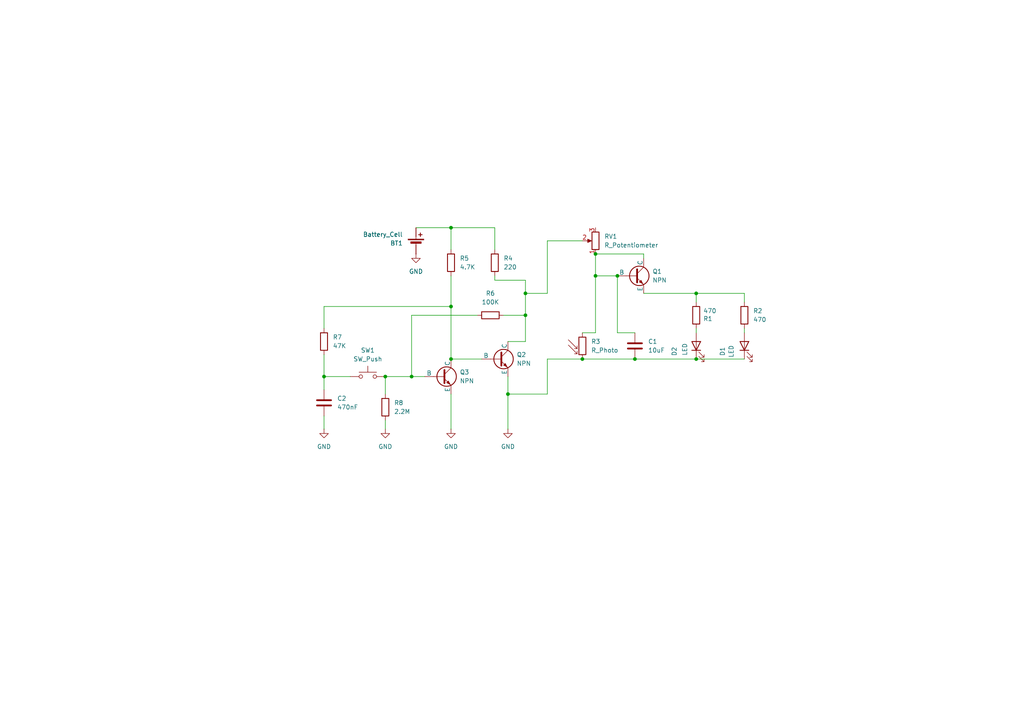
<source format=kicad_sch>
(kicad_sch
	(version 20250114)
	(generator "eeschema")
	(generator_version "9.0")
	(uuid "cf1e520e-d66b-4985-b916-b6ce0d97fc9c")
	(paper "A4")
	(lib_symbols
		(symbol "Device:Battery_Cell"
			(pin_numbers
				(hide yes)
			)
			(pin_names
				(offset 0)
				(hide yes)
			)
			(exclude_from_sim no)
			(in_bom yes)
			(on_board yes)
			(property "Reference" "BT"
				(at 2.54 2.54 0)
				(effects
					(font
						(size 1.27 1.27)
					)
					(justify left)
				)
			)
			(property "Value" "Battery_Cell"
				(at 2.54 0 0)
				(effects
					(font
						(size 1.27 1.27)
					)
					(justify left)
				)
			)
			(property "Footprint" ""
				(at 0 1.524 90)
				(effects
					(font
						(size 1.27 1.27)
					)
					(hide yes)
				)
			)
			(property "Datasheet" "~"
				(at 0 1.524 90)
				(effects
					(font
						(size 1.27 1.27)
					)
					(hide yes)
				)
			)
			(property "Description" "Single-cell battery"
				(at 0 0 0)
				(effects
					(font
						(size 1.27 1.27)
					)
					(hide yes)
				)
			)
			(property "ki_keywords" "battery cell"
				(at 0 0 0)
				(effects
					(font
						(size 1.27 1.27)
					)
					(hide yes)
				)
			)
			(symbol "Battery_Cell_0_1"
				(rectangle
					(start -2.286 1.778)
					(end 2.286 1.524)
					(stroke
						(width 0)
						(type default)
					)
					(fill
						(type outline)
					)
				)
				(rectangle
					(start -1.524 1.016)
					(end 1.524 0.508)
					(stroke
						(width 0)
						(type default)
					)
					(fill
						(type outline)
					)
				)
				(polyline
					(pts
						(xy 0 1.778) (xy 0 2.54)
					)
					(stroke
						(width 0)
						(type default)
					)
					(fill
						(type none)
					)
				)
				(polyline
					(pts
						(xy 0 0.762) (xy 0 0)
					)
					(stroke
						(width 0)
						(type default)
					)
					(fill
						(type none)
					)
				)
				(polyline
					(pts
						(xy 0.762 3.048) (xy 1.778 3.048)
					)
					(stroke
						(width 0.254)
						(type default)
					)
					(fill
						(type none)
					)
				)
				(polyline
					(pts
						(xy 1.27 3.556) (xy 1.27 2.54)
					)
					(stroke
						(width 0.254)
						(type default)
					)
					(fill
						(type none)
					)
				)
			)
			(symbol "Battery_Cell_1_1"
				(pin passive line
					(at 0 5.08 270)
					(length 2.54)
					(name "+"
						(effects
							(font
								(size 1.27 1.27)
							)
						)
					)
					(number "1"
						(effects
							(font
								(size 1.27 1.27)
							)
						)
					)
				)
				(pin passive line
					(at 0 -2.54 90)
					(length 2.54)
					(name "-"
						(effects
							(font
								(size 1.27 1.27)
							)
						)
					)
					(number "2"
						(effects
							(font
								(size 1.27 1.27)
							)
						)
					)
				)
			)
			(embedded_fonts no)
		)
		(symbol "Device:C"
			(pin_numbers
				(hide yes)
			)
			(pin_names
				(offset 0.254)
			)
			(exclude_from_sim no)
			(in_bom yes)
			(on_board yes)
			(property "Reference" "C"
				(at 0.635 2.54 0)
				(effects
					(font
						(size 1.27 1.27)
					)
					(justify left)
				)
			)
			(property "Value" "C"
				(at 0.635 -2.54 0)
				(effects
					(font
						(size 1.27 1.27)
					)
					(justify left)
				)
			)
			(property "Footprint" ""
				(at 0.9652 -3.81 0)
				(effects
					(font
						(size 1.27 1.27)
					)
					(hide yes)
				)
			)
			(property "Datasheet" "~"
				(at 0 0 0)
				(effects
					(font
						(size 1.27 1.27)
					)
					(hide yes)
				)
			)
			(property "Description" "Unpolarized capacitor"
				(at 0 0 0)
				(effects
					(font
						(size 1.27 1.27)
					)
					(hide yes)
				)
			)
			(property "ki_keywords" "cap capacitor"
				(at 0 0 0)
				(effects
					(font
						(size 1.27 1.27)
					)
					(hide yes)
				)
			)
			(property "ki_fp_filters" "C_*"
				(at 0 0 0)
				(effects
					(font
						(size 1.27 1.27)
					)
					(hide yes)
				)
			)
			(symbol "C_0_1"
				(polyline
					(pts
						(xy -2.032 0.762) (xy 2.032 0.762)
					)
					(stroke
						(width 0.508)
						(type default)
					)
					(fill
						(type none)
					)
				)
				(polyline
					(pts
						(xy -2.032 -0.762) (xy 2.032 -0.762)
					)
					(stroke
						(width 0.508)
						(type default)
					)
					(fill
						(type none)
					)
				)
			)
			(symbol "C_1_1"
				(pin passive line
					(at 0 3.81 270)
					(length 2.794)
					(name "~"
						(effects
							(font
								(size 1.27 1.27)
							)
						)
					)
					(number "1"
						(effects
							(font
								(size 1.27 1.27)
							)
						)
					)
				)
				(pin passive line
					(at 0 -3.81 90)
					(length 2.794)
					(name "~"
						(effects
							(font
								(size 1.27 1.27)
							)
						)
					)
					(number "2"
						(effects
							(font
								(size 1.27 1.27)
							)
						)
					)
				)
			)
			(embedded_fonts no)
		)
		(symbol "Device:LED"
			(pin_numbers
				(hide yes)
			)
			(pin_names
				(offset 1.016)
				(hide yes)
			)
			(exclude_from_sim no)
			(in_bom yes)
			(on_board yes)
			(property "Reference" "D"
				(at 0 2.54 0)
				(effects
					(font
						(size 1.27 1.27)
					)
				)
			)
			(property "Value" "LED"
				(at 0 -2.54 0)
				(effects
					(font
						(size 1.27 1.27)
					)
				)
			)
			(property "Footprint" ""
				(at 0 0 0)
				(effects
					(font
						(size 1.27 1.27)
					)
					(hide yes)
				)
			)
			(property "Datasheet" "~"
				(at 0 0 0)
				(effects
					(font
						(size 1.27 1.27)
					)
					(hide yes)
				)
			)
			(property "Description" "Light emitting diode"
				(at 0 0 0)
				(effects
					(font
						(size 1.27 1.27)
					)
					(hide yes)
				)
			)
			(property "Sim.Pins" "1=K 2=A"
				(at 0 0 0)
				(effects
					(font
						(size 1.27 1.27)
					)
					(hide yes)
				)
			)
			(property "ki_keywords" "LED diode"
				(at 0 0 0)
				(effects
					(font
						(size 1.27 1.27)
					)
					(hide yes)
				)
			)
			(property "ki_fp_filters" "LED* LED_SMD:* LED_THT:*"
				(at 0 0 0)
				(effects
					(font
						(size 1.27 1.27)
					)
					(hide yes)
				)
			)
			(symbol "LED_0_1"
				(polyline
					(pts
						(xy -3.048 -0.762) (xy -4.572 -2.286) (xy -3.81 -2.286) (xy -4.572 -2.286) (xy -4.572 -1.524)
					)
					(stroke
						(width 0)
						(type default)
					)
					(fill
						(type none)
					)
				)
				(polyline
					(pts
						(xy -1.778 -0.762) (xy -3.302 -2.286) (xy -2.54 -2.286) (xy -3.302 -2.286) (xy -3.302 -1.524)
					)
					(stroke
						(width 0)
						(type default)
					)
					(fill
						(type none)
					)
				)
				(polyline
					(pts
						(xy -1.27 0) (xy 1.27 0)
					)
					(stroke
						(width 0)
						(type default)
					)
					(fill
						(type none)
					)
				)
				(polyline
					(pts
						(xy -1.27 -1.27) (xy -1.27 1.27)
					)
					(stroke
						(width 0.254)
						(type default)
					)
					(fill
						(type none)
					)
				)
				(polyline
					(pts
						(xy 1.27 -1.27) (xy 1.27 1.27) (xy -1.27 0) (xy 1.27 -1.27)
					)
					(stroke
						(width 0.254)
						(type default)
					)
					(fill
						(type none)
					)
				)
			)
			(symbol "LED_1_1"
				(pin passive line
					(at -3.81 0 0)
					(length 2.54)
					(name "K"
						(effects
							(font
								(size 1.27 1.27)
							)
						)
					)
					(number "1"
						(effects
							(font
								(size 1.27 1.27)
							)
						)
					)
				)
				(pin passive line
					(at 3.81 0 180)
					(length 2.54)
					(name "A"
						(effects
							(font
								(size 1.27 1.27)
							)
						)
					)
					(number "2"
						(effects
							(font
								(size 1.27 1.27)
							)
						)
					)
				)
			)
			(embedded_fonts no)
		)
		(symbol "Device:R"
			(pin_numbers
				(hide yes)
			)
			(pin_names
				(offset 0)
			)
			(exclude_from_sim no)
			(in_bom yes)
			(on_board yes)
			(property "Reference" "R"
				(at 2.032 0 90)
				(effects
					(font
						(size 1.27 1.27)
					)
				)
			)
			(property "Value" "R"
				(at 0 0 90)
				(effects
					(font
						(size 1.27 1.27)
					)
				)
			)
			(property "Footprint" ""
				(at -1.778 0 90)
				(effects
					(font
						(size 1.27 1.27)
					)
					(hide yes)
				)
			)
			(property "Datasheet" "~"
				(at 0 0 0)
				(effects
					(font
						(size 1.27 1.27)
					)
					(hide yes)
				)
			)
			(property "Description" "Resistor"
				(at 0 0 0)
				(effects
					(font
						(size 1.27 1.27)
					)
					(hide yes)
				)
			)
			(property "ki_keywords" "R res resistor"
				(at 0 0 0)
				(effects
					(font
						(size 1.27 1.27)
					)
					(hide yes)
				)
			)
			(property "ki_fp_filters" "R_*"
				(at 0 0 0)
				(effects
					(font
						(size 1.27 1.27)
					)
					(hide yes)
				)
			)
			(symbol "R_0_1"
				(rectangle
					(start -1.016 -2.54)
					(end 1.016 2.54)
					(stroke
						(width 0.254)
						(type default)
					)
					(fill
						(type none)
					)
				)
			)
			(symbol "R_1_1"
				(pin passive line
					(at 0 3.81 270)
					(length 1.27)
					(name "~"
						(effects
							(font
								(size 1.27 1.27)
							)
						)
					)
					(number "1"
						(effects
							(font
								(size 1.27 1.27)
							)
						)
					)
				)
				(pin passive line
					(at 0 -3.81 90)
					(length 1.27)
					(name "~"
						(effects
							(font
								(size 1.27 1.27)
							)
						)
					)
					(number "2"
						(effects
							(font
								(size 1.27 1.27)
							)
						)
					)
				)
			)
			(embedded_fonts no)
		)
		(symbol "Device:R_Photo"
			(pin_numbers
				(hide yes)
			)
			(pin_names
				(offset 0)
			)
			(exclude_from_sim no)
			(in_bom yes)
			(on_board yes)
			(property "Reference" "R"
				(at 1.27 1.27 0)
				(effects
					(font
						(size 1.27 1.27)
					)
					(justify left)
				)
			)
			(property "Value" "R_Photo"
				(at 1.27 0 0)
				(effects
					(font
						(size 1.27 1.27)
					)
					(justify left top)
				)
			)
			(property "Footprint" ""
				(at 1.27 -6.35 90)
				(effects
					(font
						(size 1.27 1.27)
					)
					(justify left)
					(hide yes)
				)
			)
			(property "Datasheet" "~"
				(at 0 -1.27 0)
				(effects
					(font
						(size 1.27 1.27)
					)
					(hide yes)
				)
			)
			(property "Description" "Photoresistor"
				(at 0 0 0)
				(effects
					(font
						(size 1.27 1.27)
					)
					(hide yes)
				)
			)
			(property "ki_keywords" "resistor variable light sensitive opto LDR"
				(at 0 0 0)
				(effects
					(font
						(size 1.27 1.27)
					)
					(hide yes)
				)
			)
			(property "ki_fp_filters" "*LDR* R?LDR*"
				(at 0 0 0)
				(effects
					(font
						(size 1.27 1.27)
					)
					(hide yes)
				)
			)
			(symbol "R_Photo_0_1"
				(polyline
					(pts
						(xy -1.524 -0.762) (xy -4.064 1.778)
					)
					(stroke
						(width 0)
						(type default)
					)
					(fill
						(type none)
					)
				)
				(polyline
					(pts
						(xy -1.524 -0.762) (xy -2.286 -0.762)
					)
					(stroke
						(width 0)
						(type default)
					)
					(fill
						(type none)
					)
				)
				(polyline
					(pts
						(xy -1.524 -0.762) (xy -1.524 0)
					)
					(stroke
						(width 0)
						(type default)
					)
					(fill
						(type none)
					)
				)
				(polyline
					(pts
						(xy -1.524 -2.286) (xy -4.064 0.254)
					)
					(stroke
						(width 0)
						(type default)
					)
					(fill
						(type none)
					)
				)
				(polyline
					(pts
						(xy -1.524 -2.286) (xy -2.286 -2.286)
					)
					(stroke
						(width 0)
						(type default)
					)
					(fill
						(type none)
					)
				)
				(polyline
					(pts
						(xy -1.524 -2.286) (xy -1.524 -1.524)
					)
					(stroke
						(width 0)
						(type default)
					)
					(fill
						(type none)
					)
				)
				(rectangle
					(start -1.016 2.54)
					(end 1.016 -2.54)
					(stroke
						(width 0.254)
						(type default)
					)
					(fill
						(type none)
					)
				)
			)
			(symbol "R_Photo_1_1"
				(pin passive line
					(at 0 3.81 270)
					(length 1.27)
					(name "~"
						(effects
							(font
								(size 1.27 1.27)
							)
						)
					)
					(number "1"
						(effects
							(font
								(size 1.27 1.27)
							)
						)
					)
				)
				(pin passive line
					(at 0 -3.81 90)
					(length 1.27)
					(name "~"
						(effects
							(font
								(size 1.27 1.27)
							)
						)
					)
					(number "2"
						(effects
							(font
								(size 1.27 1.27)
							)
						)
					)
				)
			)
			(embedded_fonts no)
		)
		(symbol "Device:R_Potentiometer"
			(pin_names
				(offset 1.016)
				(hide yes)
			)
			(exclude_from_sim no)
			(in_bom yes)
			(on_board yes)
			(property "Reference" "RV"
				(at -4.445 0 90)
				(effects
					(font
						(size 1.27 1.27)
					)
				)
			)
			(property "Value" "R_Potentiometer"
				(at -2.54 0 90)
				(effects
					(font
						(size 1.27 1.27)
					)
				)
			)
			(property "Footprint" ""
				(at 0 0 0)
				(effects
					(font
						(size 1.27 1.27)
					)
					(hide yes)
				)
			)
			(property "Datasheet" "~"
				(at 0 0 0)
				(effects
					(font
						(size 1.27 1.27)
					)
					(hide yes)
				)
			)
			(property "Description" "Potentiometer"
				(at 0 0 0)
				(effects
					(font
						(size 1.27 1.27)
					)
					(hide yes)
				)
			)
			(property "ki_keywords" "resistor variable"
				(at 0 0 0)
				(effects
					(font
						(size 1.27 1.27)
					)
					(hide yes)
				)
			)
			(property "ki_fp_filters" "Potentiometer*"
				(at 0 0 0)
				(effects
					(font
						(size 1.27 1.27)
					)
					(hide yes)
				)
			)
			(symbol "R_Potentiometer_0_1"
				(rectangle
					(start 1.016 2.54)
					(end -1.016 -2.54)
					(stroke
						(width 0.254)
						(type default)
					)
					(fill
						(type none)
					)
				)
				(polyline
					(pts
						(xy 1.143 0) (xy 2.286 0.508) (xy 2.286 -0.508) (xy 1.143 0)
					)
					(stroke
						(width 0)
						(type default)
					)
					(fill
						(type outline)
					)
				)
				(polyline
					(pts
						(xy 2.54 0) (xy 1.524 0)
					)
					(stroke
						(width 0)
						(type default)
					)
					(fill
						(type none)
					)
				)
			)
			(symbol "R_Potentiometer_1_1"
				(pin passive line
					(at 0 3.81 270)
					(length 1.27)
					(name "1"
						(effects
							(font
								(size 1.27 1.27)
							)
						)
					)
					(number "1"
						(effects
							(font
								(size 1.27 1.27)
							)
						)
					)
				)
				(pin passive line
					(at 0 -3.81 90)
					(length 1.27)
					(name "3"
						(effects
							(font
								(size 1.27 1.27)
							)
						)
					)
					(number "3"
						(effects
							(font
								(size 1.27 1.27)
							)
						)
					)
				)
				(pin passive line
					(at 3.81 0 180)
					(length 1.27)
					(name "2"
						(effects
							(font
								(size 1.27 1.27)
							)
						)
					)
					(number "2"
						(effects
							(font
								(size 1.27 1.27)
							)
						)
					)
				)
			)
			(embedded_fonts no)
		)
		(symbol "Simulation_SPICE:NPN"
			(pin_numbers
				(hide yes)
			)
			(pin_names
				(offset 0)
			)
			(exclude_from_sim no)
			(in_bom yes)
			(on_board yes)
			(property "Reference" "Q"
				(at -2.54 7.62 0)
				(effects
					(font
						(size 1.27 1.27)
					)
				)
			)
			(property "Value" "NPN"
				(at -2.54 5.08 0)
				(effects
					(font
						(size 1.27 1.27)
					)
				)
			)
			(property "Footprint" ""
				(at 63.5 0 0)
				(effects
					(font
						(size 1.27 1.27)
					)
					(hide yes)
				)
			)
			(property "Datasheet" "https://ngspice.sourceforge.io/docs/ngspice-html-manual/manual.xhtml#cha_BJTs"
				(at 63.5 0 0)
				(effects
					(font
						(size 1.27 1.27)
					)
					(hide yes)
				)
			)
			(property "Description" "Bipolar transistor symbol for simulation only, substrate tied to the emitter"
				(at 0 0 0)
				(effects
					(font
						(size 1.27 1.27)
					)
					(hide yes)
				)
			)
			(property "Sim.Device" "NPN"
				(at 0 0 0)
				(effects
					(font
						(size 1.27 1.27)
					)
					(hide yes)
				)
			)
			(property "Sim.Type" "GUMMELPOON"
				(at 0 0 0)
				(effects
					(font
						(size 1.27 1.27)
					)
					(hide yes)
				)
			)
			(property "Sim.Pins" "1=C 2=B 3=E"
				(at 0 0 0)
				(effects
					(font
						(size 1.27 1.27)
					)
					(hide yes)
				)
			)
			(property "ki_keywords" "simulation"
				(at 0 0 0)
				(effects
					(font
						(size 1.27 1.27)
					)
					(hide yes)
				)
			)
			(symbol "NPN_0_1"
				(polyline
					(pts
						(xy -2.54 0) (xy 0.635 0)
					)
					(stroke
						(width 0.1524)
						(type default)
					)
					(fill
						(type none)
					)
				)
				(polyline
					(pts
						(xy 0.635 1.905) (xy 0.635 -1.905) (xy 0.635 -1.905)
					)
					(stroke
						(width 0.508)
						(type default)
					)
					(fill
						(type none)
					)
				)
				(polyline
					(pts
						(xy 0.635 0.635) (xy 2.54 2.54)
					)
					(stroke
						(width 0)
						(type default)
					)
					(fill
						(type none)
					)
				)
				(polyline
					(pts
						(xy 0.635 -0.635) (xy 2.54 -2.54) (xy 2.54 -2.54)
					)
					(stroke
						(width 0)
						(type default)
					)
					(fill
						(type none)
					)
				)
				(circle
					(center 1.27 0)
					(radius 2.8194)
					(stroke
						(width 0.254)
						(type default)
					)
					(fill
						(type none)
					)
				)
				(polyline
					(pts
						(xy 1.27 -1.778) (xy 1.778 -1.27) (xy 2.286 -2.286) (xy 1.27 -1.778) (xy 1.27 -1.778)
					)
					(stroke
						(width 0)
						(type default)
					)
					(fill
						(type outline)
					)
				)
				(polyline
					(pts
						(xy 2.794 -1.27) (xy 2.794 -1.27)
					)
					(stroke
						(width 0.1524)
						(type default)
					)
					(fill
						(type none)
					)
				)
				(polyline
					(pts
						(xy 2.794 -1.27) (xy 2.794 -1.27)
					)
					(stroke
						(width 0.1524)
						(type default)
					)
					(fill
						(type none)
					)
				)
			)
			(symbol "NPN_1_1"
				(pin input line
					(at -5.08 0 0)
					(length 2.54)
					(name "B"
						(effects
							(font
								(size 1.27 1.27)
							)
						)
					)
					(number "2"
						(effects
							(font
								(size 1.27 1.27)
							)
						)
					)
				)
				(pin open_collector line
					(at 2.54 5.08 270)
					(length 2.54)
					(name "C"
						(effects
							(font
								(size 1.27 1.27)
							)
						)
					)
					(number "1"
						(effects
							(font
								(size 1.27 1.27)
							)
						)
					)
				)
				(pin open_emitter line
					(at 2.54 -5.08 90)
					(length 2.54)
					(name "E"
						(effects
							(font
								(size 1.27 1.27)
							)
						)
					)
					(number "3"
						(effects
							(font
								(size 1.27 1.27)
							)
						)
					)
				)
			)
			(embedded_fonts no)
		)
		(symbol "Switch:SW_Push"
			(pin_numbers
				(hide yes)
			)
			(pin_names
				(offset 1.016)
				(hide yes)
			)
			(exclude_from_sim no)
			(in_bom yes)
			(on_board yes)
			(property "Reference" "SW"
				(at 1.27 2.54 0)
				(effects
					(font
						(size 1.27 1.27)
					)
					(justify left)
				)
			)
			(property "Value" "SW_Push"
				(at 0 -1.524 0)
				(effects
					(font
						(size 1.27 1.27)
					)
				)
			)
			(property "Footprint" ""
				(at 0 5.08 0)
				(effects
					(font
						(size 1.27 1.27)
					)
					(hide yes)
				)
			)
			(property "Datasheet" "~"
				(at 0 5.08 0)
				(effects
					(font
						(size 1.27 1.27)
					)
					(hide yes)
				)
			)
			(property "Description" "Push button switch, generic, two pins"
				(at 0 0 0)
				(effects
					(font
						(size 1.27 1.27)
					)
					(hide yes)
				)
			)
			(property "ki_keywords" "switch normally-open pushbutton push-button"
				(at 0 0 0)
				(effects
					(font
						(size 1.27 1.27)
					)
					(hide yes)
				)
			)
			(symbol "SW_Push_0_1"
				(circle
					(center -2.032 0)
					(radius 0.508)
					(stroke
						(width 0)
						(type default)
					)
					(fill
						(type none)
					)
				)
				(polyline
					(pts
						(xy 0 1.27) (xy 0 3.048)
					)
					(stroke
						(width 0)
						(type default)
					)
					(fill
						(type none)
					)
				)
				(circle
					(center 2.032 0)
					(radius 0.508)
					(stroke
						(width 0)
						(type default)
					)
					(fill
						(type none)
					)
				)
				(polyline
					(pts
						(xy 2.54 1.27) (xy -2.54 1.27)
					)
					(stroke
						(width 0)
						(type default)
					)
					(fill
						(type none)
					)
				)
				(pin passive line
					(at -5.08 0 0)
					(length 2.54)
					(name "1"
						(effects
							(font
								(size 1.27 1.27)
							)
						)
					)
					(number "1"
						(effects
							(font
								(size 1.27 1.27)
							)
						)
					)
				)
				(pin passive line
					(at 5.08 0 180)
					(length 2.54)
					(name "2"
						(effects
							(font
								(size 1.27 1.27)
							)
						)
					)
					(number "2"
						(effects
							(font
								(size 1.27 1.27)
							)
						)
					)
				)
			)
			(embedded_fonts no)
		)
		(symbol "power:GND"
			(power)
			(pin_numbers
				(hide yes)
			)
			(pin_names
				(offset 0)
				(hide yes)
			)
			(exclude_from_sim no)
			(in_bom yes)
			(on_board yes)
			(property "Reference" "#PWR"
				(at 0 -6.35 0)
				(effects
					(font
						(size 1.27 1.27)
					)
					(hide yes)
				)
			)
			(property "Value" "GND"
				(at 0 -3.81 0)
				(effects
					(font
						(size 1.27 1.27)
					)
				)
			)
			(property "Footprint" ""
				(at 0 0 0)
				(effects
					(font
						(size 1.27 1.27)
					)
					(hide yes)
				)
			)
			(property "Datasheet" ""
				(at 0 0 0)
				(effects
					(font
						(size 1.27 1.27)
					)
					(hide yes)
				)
			)
			(property "Description" "Power symbol creates a global label with name \"GND\" , ground"
				(at 0 0 0)
				(effects
					(font
						(size 1.27 1.27)
					)
					(hide yes)
				)
			)
			(property "ki_keywords" "global power"
				(at 0 0 0)
				(effects
					(font
						(size 1.27 1.27)
					)
					(hide yes)
				)
			)
			(symbol "GND_0_1"
				(polyline
					(pts
						(xy 0 0) (xy 0 -1.27) (xy 1.27 -1.27) (xy 0 -2.54) (xy -1.27 -1.27) (xy 0 -1.27)
					)
					(stroke
						(width 0)
						(type default)
					)
					(fill
						(type none)
					)
				)
			)
			(symbol "GND_1_1"
				(pin power_in line
					(at 0 0 270)
					(length 0)
					(name "~"
						(effects
							(font
								(size 1.27 1.27)
							)
						)
					)
					(number "1"
						(effects
							(font
								(size 1.27 1.27)
							)
						)
					)
				)
			)
			(embedded_fonts no)
		)
	)
	(junction
		(at 130.81 88.9)
		(diameter 0)
		(color 0 0 0 0)
		(uuid "0929f16d-f434-4923-8402-cd71eefb5b9d")
	)
	(junction
		(at 147.32 114.3)
		(diameter 0)
		(color 0 0 0 0)
		(uuid "2d770a49-ee19-415a-9b53-6790c3e543dc")
	)
	(junction
		(at 111.76 109.22)
		(diameter 0)
		(color 0 0 0 0)
		(uuid "3956f115-433f-4d7c-80b8-24749051df60")
	)
	(junction
		(at 152.4 85.09)
		(diameter 0)
		(color 0 0 0 0)
		(uuid "5a55d767-91d1-44f6-acba-f47c9517000b")
	)
	(junction
		(at 93.98 109.22)
		(diameter 0)
		(color 0 0 0 0)
		(uuid "5d9a4ed4-9a23-4534-9784-0acbef8b55ae")
	)
	(junction
		(at 130.81 66.04)
		(diameter 0)
		(color 0 0 0 0)
		(uuid "636e92ea-905a-413e-86c4-79b21bd69c47")
	)
	(junction
		(at 201.93 104.14)
		(diameter 0)
		(color 0 0 0 0)
		(uuid "799ea270-b94a-42a7-b5b3-1f9b4d4c50d7")
	)
	(junction
		(at 168.91 104.14)
		(diameter 0)
		(color 0 0 0 0)
		(uuid "89240433-fb46-4cb7-bb1b-128137cce55d")
	)
	(junction
		(at 201.93 85.09)
		(diameter 0)
		(color 0 0 0 0)
		(uuid "8bacd09c-1283-4a20-b5e5-8896983c2ea1")
	)
	(junction
		(at 184.15 104.14)
		(diameter 0)
		(color 0 0 0 0)
		(uuid "9ad06eb3-0b37-4c3f-98a2-3d81f9465baf")
	)
	(junction
		(at 172.72 73.66)
		(diameter 0)
		(color 0 0 0 0)
		(uuid "a9cd99fb-dd91-47c1-a656-f4adf665114b")
	)
	(junction
		(at 152.4 91.44)
		(diameter 0)
		(color 0 0 0 0)
		(uuid "af0b0203-92b4-476b-969c-5cc39c9d5351")
	)
	(junction
		(at 130.81 104.14)
		(diameter 0)
		(color 0 0 0 0)
		(uuid "bcfd3a6a-acf8-4c53-8faa-8dc1374220e8")
	)
	(junction
		(at 172.72 80.01)
		(diameter 0)
		(color 0 0 0 0)
		(uuid "d14a1041-a745-491a-92d2-7a38d85d0171")
	)
	(junction
		(at 119.38 109.22)
		(diameter 0)
		(color 0 0 0 0)
		(uuid "eff3b397-cf52-418d-95bf-5c02d0fc36dc")
	)
	(junction
		(at 179.07 80.01)
		(diameter 0)
		(color 0 0 0 0)
		(uuid "fcf5c72d-1d7a-46c6-9ac8-c1187f638e45")
	)
	(wire
		(pts
			(xy 146.05 91.44) (xy 152.4 91.44)
		)
		(stroke
			(width 0)
			(type default)
		)
		(uuid "15d4af21-b4ff-4634-b0b5-692e0f0422e3")
	)
	(wire
		(pts
			(xy 158.75 104.14) (xy 158.75 114.3)
		)
		(stroke
			(width 0)
			(type default)
		)
		(uuid "165eebb6-7953-421c-bc39-b84180e93cd3")
	)
	(wire
		(pts
			(xy 158.75 69.85) (xy 158.75 85.09)
		)
		(stroke
			(width 0)
			(type default)
		)
		(uuid "16d8d2d9-8783-4924-9bc4-bc538676a195")
	)
	(wire
		(pts
			(xy 119.38 91.44) (xy 119.38 109.22)
		)
		(stroke
			(width 0)
			(type default)
		)
		(uuid "17196ada-b44b-4c64-8195-a2a986f5c0f6")
	)
	(wire
		(pts
			(xy 201.93 95.25) (xy 201.93 96.52)
		)
		(stroke
			(width 0)
			(type default)
		)
		(uuid "1b22c68b-18c2-4b15-8a3b-077f1bdee3ea")
	)
	(wire
		(pts
			(xy 130.81 66.04) (xy 130.81 72.39)
		)
		(stroke
			(width 0)
			(type default)
		)
		(uuid "20188bb1-7a40-4881-a5e5-3e08d239b178")
	)
	(wire
		(pts
			(xy 201.93 104.14) (xy 215.9 104.14)
		)
		(stroke
			(width 0)
			(type default)
		)
		(uuid "2a3f799e-085d-4282-8518-cb311afc73ef")
	)
	(wire
		(pts
			(xy 184.15 104.14) (xy 201.93 104.14)
		)
		(stroke
			(width 0)
			(type default)
		)
		(uuid "2db7838a-c636-4a49-aa53-aa0008a31846")
	)
	(wire
		(pts
			(xy 138.43 91.44) (xy 119.38 91.44)
		)
		(stroke
			(width 0)
			(type default)
		)
		(uuid "3375f6aa-bcca-465a-9b9a-b777d83b59bd")
	)
	(wire
		(pts
			(xy 93.98 102.87) (xy 93.98 109.22)
		)
		(stroke
			(width 0)
			(type default)
		)
		(uuid "3654d1fe-323d-40c7-ac72-06fdd0ff15df")
	)
	(wire
		(pts
			(xy 215.9 95.25) (xy 215.9 96.52)
		)
		(stroke
			(width 0)
			(type default)
		)
		(uuid "3d00c102-7576-4c8b-b45b-c008f2877823")
	)
	(wire
		(pts
			(xy 201.93 85.09) (xy 215.9 85.09)
		)
		(stroke
			(width 0)
			(type default)
		)
		(uuid "3dc20695-5f13-4b4c-a722-8dd7179e1a2e")
	)
	(wire
		(pts
			(xy 130.81 66.04) (xy 143.51 66.04)
		)
		(stroke
			(width 0)
			(type default)
		)
		(uuid "40a568dc-cae6-4d3b-b29b-abba3d0eb4fa")
	)
	(wire
		(pts
			(xy 119.38 109.22) (xy 123.19 109.22)
		)
		(stroke
			(width 0)
			(type default)
		)
		(uuid "434db537-a7c5-44c9-8a2b-b14625a117c8")
	)
	(wire
		(pts
			(xy 93.98 88.9) (xy 130.81 88.9)
		)
		(stroke
			(width 0)
			(type default)
		)
		(uuid "46e83f39-3c36-4c22-bd55-c287e8d19ad5")
	)
	(wire
		(pts
			(xy 130.81 80.01) (xy 130.81 88.9)
		)
		(stroke
			(width 0)
			(type default)
		)
		(uuid "6520bd32-299e-48a5-b468-b64c712412af")
	)
	(wire
		(pts
			(xy 93.98 95.25) (xy 93.98 88.9)
		)
		(stroke
			(width 0)
			(type default)
		)
		(uuid "6532fbc4-cabe-48d4-8572-ba4ced1d1837")
	)
	(wire
		(pts
			(xy 172.72 96.52) (xy 168.91 96.52)
		)
		(stroke
			(width 0)
			(type default)
		)
		(uuid "657ae48a-6ed8-4217-adc6-a1c3b894da55")
	)
	(wire
		(pts
			(xy 130.81 114.3) (xy 130.81 124.46)
		)
		(stroke
			(width 0)
			(type default)
		)
		(uuid "66873b70-3c41-4202-8e90-8677be6a433c")
	)
	(wire
		(pts
			(xy 120.65 66.04) (xy 130.81 66.04)
		)
		(stroke
			(width 0)
			(type default)
		)
		(uuid "7379ccaa-f57a-44f5-9157-8ed0bd3cfd27")
	)
	(wire
		(pts
			(xy 147.32 114.3) (xy 147.32 124.46)
		)
		(stroke
			(width 0)
			(type default)
		)
		(uuid "7691aa02-22a9-4f32-8ee6-9f1d9a5878b0")
	)
	(wire
		(pts
			(xy 172.72 73.66) (xy 186.69 73.66)
		)
		(stroke
			(width 0)
			(type default)
		)
		(uuid "7720482d-c16e-4cee-b57f-b9bb4acfd9d9")
	)
	(wire
		(pts
			(xy 147.32 114.3) (xy 158.75 114.3)
		)
		(stroke
			(width 0)
			(type default)
		)
		(uuid "7a12bd31-9211-4c57-861f-9ebfb3a1cc96")
	)
	(wire
		(pts
			(xy 158.75 104.14) (xy 168.91 104.14)
		)
		(stroke
			(width 0)
			(type default)
		)
		(uuid "7d3f8287-56b3-4419-8c27-50123d108145")
	)
	(wire
		(pts
			(xy 152.4 91.44) (xy 152.4 99.06)
		)
		(stroke
			(width 0)
			(type default)
		)
		(uuid "83462ab6-18aa-42d7-b6cd-c55db1003b58")
	)
	(wire
		(pts
			(xy 184.15 96.52) (xy 179.07 96.52)
		)
		(stroke
			(width 0)
			(type default)
		)
		(uuid "8417d03b-8e36-4150-8e7d-8d83bb1844bd")
	)
	(wire
		(pts
			(xy 93.98 120.65) (xy 93.98 124.46)
		)
		(stroke
			(width 0)
			(type default)
		)
		(uuid "858dd999-b4ac-4c1e-aa64-5b808883d958")
	)
	(wire
		(pts
			(xy 172.72 80.01) (xy 172.72 96.52)
		)
		(stroke
			(width 0)
			(type default)
		)
		(uuid "85956586-6f74-4ff6-8d9a-1a3ba34eb5e9")
	)
	(wire
		(pts
			(xy 168.91 104.14) (xy 184.15 104.14)
		)
		(stroke
			(width 0)
			(type default)
		)
		(uuid "86b5917c-fbbb-4cba-b08f-9a3f4f4d054e")
	)
	(wire
		(pts
			(xy 147.32 109.22) (xy 147.32 114.3)
		)
		(stroke
			(width 0)
			(type default)
		)
		(uuid "8f2620fe-f909-49d7-94c1-c715f14cc388")
	)
	(wire
		(pts
			(xy 143.51 81.28) (xy 152.4 81.28)
		)
		(stroke
			(width 0)
			(type default)
		)
		(uuid "8f5d4962-a6dd-4b18-8657-4604e58b4d41")
	)
	(wire
		(pts
			(xy 172.72 80.01) (xy 179.07 80.01)
		)
		(stroke
			(width 0)
			(type default)
		)
		(uuid "946ee9a8-d985-4af2-9851-ede3a1ce3a3c")
	)
	(wire
		(pts
			(xy 111.76 121.92) (xy 111.76 124.46)
		)
		(stroke
			(width 0)
			(type default)
		)
		(uuid "94ae7558-d7ec-431a-ba11-5d318aaa4cea")
	)
	(wire
		(pts
			(xy 152.4 85.09) (xy 158.75 85.09)
		)
		(stroke
			(width 0)
			(type default)
		)
		(uuid "97d946f2-1be9-4608-b638-706b47a52b85")
	)
	(wire
		(pts
			(xy 111.76 109.22) (xy 111.76 114.3)
		)
		(stroke
			(width 0)
			(type default)
		)
		(uuid "9e48f63f-4000-4d33-b060-514c30a06045")
	)
	(wire
		(pts
			(xy 152.4 81.28) (xy 152.4 85.09)
		)
		(stroke
			(width 0)
			(type default)
		)
		(uuid "a0d0d433-f3dc-4c42-8ad1-4de64fc8a97e")
	)
	(wire
		(pts
			(xy 186.69 85.09) (xy 201.93 85.09)
		)
		(stroke
			(width 0)
			(type default)
		)
		(uuid "abfe9e76-d19f-4138-8369-217690015e3a")
	)
	(wire
		(pts
			(xy 111.76 109.22) (xy 119.38 109.22)
		)
		(stroke
			(width 0)
			(type default)
		)
		(uuid "ad7c078b-4e92-422f-8055-b424a9aff19c")
	)
	(wire
		(pts
			(xy 93.98 109.22) (xy 93.98 113.03)
		)
		(stroke
			(width 0)
			(type default)
		)
		(uuid "aeb924c9-1fa1-4950-a2ec-8778b168bb00")
	)
	(wire
		(pts
			(xy 186.69 73.66) (xy 186.69 74.93)
		)
		(stroke
			(width 0)
			(type default)
		)
		(uuid "aed16123-9b44-4643-89ca-64e61b9e8b7a")
	)
	(wire
		(pts
			(xy 130.81 88.9) (xy 130.81 104.14)
		)
		(stroke
			(width 0)
			(type default)
		)
		(uuid "ba5bd2b6-fe77-44df-a26d-6e6c36e1b63a")
	)
	(wire
		(pts
			(xy 143.51 80.01) (xy 143.51 81.28)
		)
		(stroke
			(width 0)
			(type default)
		)
		(uuid "c04711d1-2dc3-4ee3-8654-35690ff33410")
	)
	(wire
		(pts
			(xy 179.07 96.52) (xy 179.07 80.01)
		)
		(stroke
			(width 0)
			(type default)
		)
		(uuid "c2781faf-73e1-41b3-907b-e046fe242eef")
	)
	(wire
		(pts
			(xy 143.51 66.04) (xy 143.51 72.39)
		)
		(stroke
			(width 0)
			(type default)
		)
		(uuid "d27fc021-2ecb-48e4-b393-c5c5403443bd")
	)
	(wire
		(pts
			(xy 172.72 73.66) (xy 172.72 80.01)
		)
		(stroke
			(width 0)
			(type default)
		)
		(uuid "e394619c-d114-4e1e-a1aa-342c9a3af097")
	)
	(wire
		(pts
			(xy 93.98 109.22) (xy 101.6 109.22)
		)
		(stroke
			(width 0)
			(type default)
		)
		(uuid "e656070a-e72e-4df6-9f2e-3965f7ad342d")
	)
	(wire
		(pts
			(xy 152.4 99.06) (xy 147.32 99.06)
		)
		(stroke
			(width 0)
			(type default)
		)
		(uuid "eb2b6bca-e276-4d82-840e-6aa06a4acfaf")
	)
	(wire
		(pts
			(xy 152.4 85.09) (xy 152.4 91.44)
		)
		(stroke
			(width 0)
			(type default)
		)
		(uuid "ef4995eb-68c7-44c7-8747-1c43954a4be4")
	)
	(wire
		(pts
			(xy 201.93 87.63) (xy 201.93 85.09)
		)
		(stroke
			(width 0)
			(type default)
		)
		(uuid "f1f99855-e505-4430-af87-880c48903fcf")
	)
	(wire
		(pts
			(xy 130.81 104.14) (xy 139.7 104.14)
		)
		(stroke
			(width 0)
			(type default)
		)
		(uuid "f6bba6f3-def2-46a7-9522-7c510c019412")
	)
	(wire
		(pts
			(xy 215.9 85.09) (xy 215.9 87.63)
		)
		(stroke
			(width 0)
			(type default)
		)
		(uuid "f7475eeb-2b51-432c-a0c9-ab30fa7bf98f")
	)
	(wire
		(pts
			(xy 158.75 69.85) (xy 168.91 69.85)
		)
		(stroke
			(width 0)
			(type default)
		)
		(uuid "f987cb6f-7c5c-4e53-9640-ee65dbc2b239")
	)
	(symbol
		(lib_id "Device:R")
		(at 111.76 118.11 0)
		(unit 1)
		(exclude_from_sim no)
		(in_bom yes)
		(on_board yes)
		(dnp no)
		(fields_autoplaced yes)
		(uuid "017bada0-6929-45ce-9214-93c850bc42f2")
		(property "Reference" "R8"
			(at 114.3 116.8399 0)
			(effects
				(font
					(size 1.27 1.27)
				)
				(justify left)
			)
		)
		(property "Value" "2.2M"
			(at 114.3 119.3799 0)
			(effects
				(font
					(size 1.27 1.27)
				)
				(justify left)
			)
		)
		(property "Footprint" "Resistor_THT:R_Axial_DIN0207_L6.3mm_D2.5mm_P7.62mm_Horizontal"
			(at 109.982 118.11 90)
			(effects
				(font
					(size 1.27 1.27)
				)
				(hide yes)
			)
		)
		(property "Datasheet" "~"
			(at 111.76 118.11 0)
			(effects
				(font
					(size 1.27 1.27)
				)
				(hide yes)
			)
		)
		(property "Description" "Resistor"
			(at 111.76 118.11 0)
			(effects
				(font
					(size 1.27 1.27)
				)
				(hide yes)
			)
		)
		(pin "2"
			(uuid "6a294335-a3f8-4421-8b84-88de2e37e86c")
		)
		(pin "1"
			(uuid "6c1fc9b4-c086-489d-acd3-d2e7bb68e18e")
		)
		(instances
			(project "zenitsu"
				(path "/cf1e520e-d66b-4985-b916-b6ce0d97fc9c"
					(reference "R8")
					(unit 1)
				)
			)
		)
	)
	(symbol
		(lib_id "Device:C")
		(at 93.98 116.84 0)
		(unit 1)
		(exclude_from_sim no)
		(in_bom yes)
		(on_board yes)
		(dnp no)
		(fields_autoplaced yes)
		(uuid "01c8a423-7ec8-4d2e-90a3-74f160e15ea8")
		(property "Reference" "C2"
			(at 97.79 115.5699 0)
			(effects
				(font
					(size 1.27 1.27)
				)
				(justify left)
			)
		)
		(property "Value" "470nF"
			(at 97.79 118.1099 0)
			(effects
				(font
					(size 1.27 1.27)
				)
				(justify left)
			)
		)
		(property "Footprint" "Capacitor_THT:CP_Radial_D8.0mm_P5.00mm"
			(at 94.9452 120.65 0)
			(effects
				(font
					(size 1.27 1.27)
				)
				(hide yes)
			)
		)
		(property "Datasheet" "~"
			(at 93.98 116.84 0)
			(effects
				(font
					(size 1.27 1.27)
				)
				(hide yes)
			)
		)
		(property "Description" "Unpolarized capacitor"
			(at 93.98 116.84 0)
			(effects
				(font
					(size 1.27 1.27)
				)
				(hide yes)
			)
		)
		(pin "2"
			(uuid "ce93ef88-68fb-4755-8411-64d723914365")
		)
		(pin "1"
			(uuid "af964158-bfd5-4bad-b5fa-9e448f90f16a")
		)
		(instances
			(project "zenitsu"
				(path "/cf1e520e-d66b-4985-b916-b6ce0d97fc9c"
					(reference "C2")
					(unit 1)
				)
			)
		)
	)
	(symbol
		(lib_id "Device:R_Photo")
		(at 168.91 100.33 0)
		(unit 1)
		(exclude_from_sim no)
		(in_bom yes)
		(on_board yes)
		(dnp no)
		(fields_autoplaced yes)
		(uuid "067dfed8-d267-4071-9859-4c5578b66f6b")
		(property "Reference" "R3"
			(at 171.45 99.0599 0)
			(effects
				(font
					(size 1.27 1.27)
				)
				(justify left)
			)
		)
		(property "Value" "R_Photo"
			(at 171.45 101.5999 0)
			(effects
				(font
					(size 1.27 1.27)
				)
				(justify left)
			)
		)
		(property "Footprint" "OptoDevice:R_LDR_5.1x4.3mm_P3.4mm_Vertical"
			(at 170.18 106.68 90)
			(effects
				(font
					(size 1.27 1.27)
				)
				(justify left)
				(hide yes)
			)
		)
		(property "Datasheet" "~"
			(at 168.91 101.6 0)
			(effects
				(font
					(size 1.27 1.27)
				)
				(hide yes)
			)
		)
		(property "Description" "Photoresistor"
			(at 168.91 100.33 0)
			(effects
				(font
					(size 1.27 1.27)
				)
				(hide yes)
			)
		)
		(pin "2"
			(uuid "230122c3-90cc-42a2-ac4d-2ec93224e6a0")
		)
		(pin "1"
			(uuid "95a44e38-43e2-43b0-9df1-850454ddac97")
		)
		(instances
			(project "zenitsu"
				(path "/cf1e520e-d66b-4985-b916-b6ce0d97fc9c"
					(reference "R3")
					(unit 1)
				)
			)
		)
	)
	(symbol
		(lib_id "power:GND")
		(at 120.65 73.66 0)
		(unit 1)
		(exclude_from_sim no)
		(in_bom yes)
		(on_board yes)
		(dnp no)
		(fields_autoplaced yes)
		(uuid "19cad4fb-4c36-4cf2-bba4-1d47d7015721")
		(property "Reference" "#PWR05"
			(at 120.65 80.01 0)
			(effects
				(font
					(size 1.27 1.27)
				)
				(hide yes)
			)
		)
		(property "Value" "GND"
			(at 120.65 78.74 0)
			(effects
				(font
					(size 1.27 1.27)
				)
			)
		)
		(property "Footprint" ""
			(at 120.65 73.66 0)
			(effects
				(font
					(size 1.27 1.27)
				)
				(hide yes)
			)
		)
		(property "Datasheet" ""
			(at 120.65 73.66 0)
			(effects
				(font
					(size 1.27 1.27)
				)
				(hide yes)
			)
		)
		(property "Description" "Power symbol creates a global label with name \"GND\" , ground"
			(at 120.65 73.66 0)
			(effects
				(font
					(size 1.27 1.27)
				)
				(hide yes)
			)
		)
		(pin "1"
			(uuid "0fe26c7e-c9ac-4391-a4d5-9e9ead03594a")
		)
		(instances
			(project "zenitsu"
				(path "/cf1e520e-d66b-4985-b916-b6ce0d97fc9c"
					(reference "#PWR05")
					(unit 1)
				)
			)
		)
	)
	(symbol
		(lib_id "Switch:SW_Push")
		(at 106.68 109.22 0)
		(unit 1)
		(exclude_from_sim no)
		(in_bom yes)
		(on_board yes)
		(dnp no)
		(fields_autoplaced yes)
		(uuid "1cefd9d5-ef29-4e6d-96e7-0af068261775")
		(property "Reference" "SW1"
			(at 106.68 101.6 0)
			(effects
				(font
					(size 1.27 1.27)
				)
			)
		)
		(property "Value" "SW_Push"
			(at 106.68 104.14 0)
			(effects
				(font
					(size 1.27 1.27)
				)
			)
		)
		(property "Footprint" "Button_Switch_THT:SW_PUSH_6mm"
			(at 106.68 104.14 0)
			(effects
				(font
					(size 1.27 1.27)
				)
				(hide yes)
			)
		)
		(property "Datasheet" "~"
			(at 106.68 104.14 0)
			(effects
				(font
					(size 1.27 1.27)
				)
				(hide yes)
			)
		)
		(property "Description" "Push button switch, generic, two pins"
			(at 106.68 109.22 0)
			(effects
				(font
					(size 1.27 1.27)
				)
				(hide yes)
			)
		)
		(pin "2"
			(uuid "62320040-f1e0-4a93-9158-640cff7fe852")
		)
		(pin "1"
			(uuid "aa74df3f-8037-4088-9e3f-658c820d30cc")
		)
		(instances
			(project "zenitsu"
				(path "/cf1e520e-d66b-4985-b916-b6ce0d97fc9c"
					(reference "SW1")
					(unit 1)
				)
			)
		)
	)
	(symbol
		(lib_id "Device:Battery_Cell")
		(at 120.65 71.12 0)
		(unit 1)
		(exclude_from_sim no)
		(in_bom yes)
		(on_board yes)
		(dnp no)
		(fields_autoplaced yes)
		(uuid "25a9eb4c-8b17-4e4e-9ae4-b5fb68d910be")
		(property "Reference" "BT1"
			(at 116.84 70.5486 0)
			(effects
				(font
					(size 1.27 1.27)
				)
				(justify right)
			)
		)
		(property "Value" "Battery_Cell"
			(at 116.84 68.0086 0)
			(effects
				(font
					(size 1.27 1.27)
				)
				(justify right)
			)
		)
		(property "Footprint" "Battery:BatteryHolder_Keystone_3034_1x20mm"
			(at 120.65 69.596 90)
			(effects
				(font
					(size 1.27 1.27)
				)
				(hide yes)
			)
		)
		(property "Datasheet" "~"
			(at 120.65 69.596 90)
			(effects
				(font
					(size 1.27 1.27)
				)
				(hide yes)
			)
		)
		(property "Description" "Single-cell battery"
			(at 120.65 71.12 0)
			(effects
				(font
					(size 1.27 1.27)
				)
				(hide yes)
			)
		)
		(pin "2"
			(uuid "4c56a6ea-d76d-4486-b740-831b3dcf406b")
		)
		(pin "1"
			(uuid "40766276-3538-4060-870e-b8a03520bb09")
		)
		(instances
			(project "zenitsu"
				(path "/cf1e520e-d66b-4985-b916-b6ce0d97fc9c"
					(reference "BT1")
					(unit 1)
				)
			)
		)
	)
	(symbol
		(lib_id "Device:LED")
		(at 201.93 100.33 90)
		(unit 1)
		(exclude_from_sim no)
		(in_bom yes)
		(on_board yes)
		(dnp no)
		(uuid "34242b38-ca15-4a0b-bdd2-6046cbbb85c7")
		(property "Reference" "D2"
			(at 195.58 101.9175 0)
			(effects
				(font
					(size 1.27 1.27)
				)
			)
		)
		(property "Value" "LED"
			(at 198.628 101.346 0)
			(effects
				(font
					(size 1.27 1.27)
				)
			)
		)
		(property "Footprint" "LED_THT:LED_D5.0mm"
			(at 201.93 100.33 0)
			(effects
				(font
					(size 1.27 1.27)
				)
				(hide yes)
			)
		)
		(property "Datasheet" "~"
			(at 201.93 100.33 0)
			(effects
				(font
					(size 1.27 1.27)
				)
				(hide yes)
			)
		)
		(property "Description" "Light emitting diode"
			(at 201.93 100.33 0)
			(effects
				(font
					(size 1.27 1.27)
				)
				(hide yes)
			)
		)
		(property "Sim.Pins" "1=K 2=A"
			(at 201.93 100.33 0)
			(effects
				(font
					(size 1.27 1.27)
				)
				(hide yes)
			)
		)
		(pin "2"
			(uuid "22446eef-c07d-42d7-9d3c-f91bd8761de4")
		)
		(pin "1"
			(uuid "6d3344af-a129-4d04-88f6-a9e118c5ee6c")
		)
		(instances
			(project "zenitsu"
				(path "/cf1e520e-d66b-4985-b916-b6ce0d97fc9c"
					(reference "D2")
					(unit 1)
				)
			)
		)
	)
	(symbol
		(lib_id "power:GND")
		(at 147.32 124.46 0)
		(unit 1)
		(exclude_from_sim no)
		(in_bom yes)
		(on_board yes)
		(dnp no)
		(fields_autoplaced yes)
		(uuid "3edf958f-f922-4e32-8e89-2c4e093937a0")
		(property "Reference" "#PWR01"
			(at 147.32 130.81 0)
			(effects
				(font
					(size 1.27 1.27)
				)
				(hide yes)
			)
		)
		(property "Value" "GND"
			(at 147.32 129.54 0)
			(effects
				(font
					(size 1.27 1.27)
				)
			)
		)
		(property "Footprint" ""
			(at 147.32 124.46 0)
			(effects
				(font
					(size 1.27 1.27)
				)
				(hide yes)
			)
		)
		(property "Datasheet" ""
			(at 147.32 124.46 0)
			(effects
				(font
					(size 1.27 1.27)
				)
				(hide yes)
			)
		)
		(property "Description" "Power symbol creates a global label with name \"GND\" , ground"
			(at 147.32 124.46 0)
			(effects
				(font
					(size 1.27 1.27)
				)
				(hide yes)
			)
		)
		(pin "1"
			(uuid "14da611e-af3f-43c1-9694-8a61e53c94b0")
		)
		(instances
			(project "zenitsu"
				(path "/cf1e520e-d66b-4985-b916-b6ce0d97fc9c"
					(reference "#PWR01")
					(unit 1)
				)
			)
		)
	)
	(symbol
		(lib_id "Device:R_Potentiometer")
		(at 172.72 69.85 180)
		(unit 1)
		(exclude_from_sim no)
		(in_bom yes)
		(on_board yes)
		(dnp no)
		(fields_autoplaced yes)
		(uuid "5a453960-e4d6-45fc-8b26-62a0e4749cd8")
		(property "Reference" "RV1"
			(at 175.26 68.5799 0)
			(effects
				(font
					(size 1.27 1.27)
				)
				(justify right)
			)
		)
		(property "Value" "R_Potentiometer"
			(at 175.26 71.1199 0)
			(effects
				(font
					(size 1.27 1.27)
				)
				(justify right)
			)
		)
		(property "Footprint" "Potentiometer_THT:Potentiometer_Vishay_T73YP_Vertical"
			(at 172.72 69.85 0)
			(effects
				(font
					(size 1.27 1.27)
				)
				(hide yes)
			)
		)
		(property "Datasheet" "~"
			(at 172.72 69.85 0)
			(effects
				(font
					(size 1.27 1.27)
				)
				(hide yes)
			)
		)
		(property "Description" "Potentiometer"
			(at 172.72 69.85 0)
			(effects
				(font
					(size 1.27 1.27)
				)
				(hide yes)
			)
		)
		(pin "3"
			(uuid "9f87ada0-9453-4bcb-bcbd-cc815f64eca3")
		)
		(pin "2"
			(uuid "b92212d9-1f01-45fa-804e-ef8bccce4c67")
		)
		(pin "1"
			(uuid "7c7c63dd-cb0d-4795-bd4d-7d36ff688498")
		)
		(instances
			(project "zenitsu"
				(path "/cf1e520e-d66b-4985-b916-b6ce0d97fc9c"
					(reference "RV1")
					(unit 1)
				)
			)
		)
	)
	(symbol
		(lib_id "Simulation_SPICE:NPN")
		(at 128.27 109.22 0)
		(unit 1)
		(exclude_from_sim no)
		(in_bom yes)
		(on_board yes)
		(dnp no)
		(fields_autoplaced yes)
		(uuid "5f0ca2cc-b8a0-48ee-a0e1-915679f164da")
		(property "Reference" "Q3"
			(at 133.35 107.9499 0)
			(effects
				(font
					(size 1.27 1.27)
				)
				(justify left)
			)
		)
		(property "Value" "NPN"
			(at 133.35 110.4899 0)
			(effects
				(font
					(size 1.27 1.27)
				)
				(justify left)
			)
		)
		(property "Footprint" "Package_TO_SOT_THT:TO-92L_HandSolder"
			(at 191.77 109.22 0)
			(effects
				(font
					(size 1.27 1.27)
				)
				(hide yes)
			)
		)
		(property "Datasheet" "https://ngspice.sourceforge.io/docs/ngspice-html-manual/manual.xhtml#cha_BJTs"
			(at 191.77 109.22 0)
			(effects
				(font
					(size 1.27 1.27)
				)
				(hide yes)
			)
		)
		(property "Description" "Bipolar transistor symbol for simulation only, substrate tied to the emitter"
			(at 128.27 109.22 0)
			(effects
				(font
					(size 1.27 1.27)
				)
				(hide yes)
			)
		)
		(property "Sim.Device" "NPN"
			(at 128.27 109.22 0)
			(effects
				(font
					(size 1.27 1.27)
				)
				(hide yes)
			)
		)
		(property "Sim.Type" "GUMMELPOON"
			(at 128.27 109.22 0)
			(effects
				(font
					(size 1.27 1.27)
				)
				(hide yes)
			)
		)
		(property "Sim.Pins" "1=C 2=B 3=E"
			(at 128.27 109.22 0)
			(effects
				(font
					(size 1.27 1.27)
				)
				(hide yes)
			)
		)
		(pin "2"
			(uuid "cd6475a7-f752-4f08-beea-4a20e93ee3d2")
		)
		(pin "1"
			(uuid "5b02caea-0b2f-4eda-a002-a9bc1f0003fb")
		)
		(pin "3"
			(uuid "869e6d37-f2e4-49bd-83ea-db0b867220c9")
		)
		(instances
			(project "zenitsu"
				(path "/cf1e520e-d66b-4985-b916-b6ce0d97fc9c"
					(reference "Q3")
					(unit 1)
				)
			)
		)
	)
	(symbol
		(lib_id "Simulation_SPICE:NPN")
		(at 144.78 104.14 0)
		(unit 1)
		(exclude_from_sim no)
		(in_bom yes)
		(on_board yes)
		(dnp no)
		(fields_autoplaced yes)
		(uuid "5f38d519-79b3-4a46-bc89-851dc8adac8f")
		(property "Reference" "Q2"
			(at 149.86 102.8699 0)
			(effects
				(font
					(size 1.27 1.27)
				)
				(justify left)
			)
		)
		(property "Value" "NPN"
			(at 149.86 105.4099 0)
			(effects
				(font
					(size 1.27 1.27)
				)
				(justify left)
			)
		)
		(property "Footprint" "Package_TO_SOT_THT:TO-92L_HandSolder"
			(at 208.28 104.14 0)
			(effects
				(font
					(size 1.27 1.27)
				)
				(hide yes)
			)
		)
		(property "Datasheet" "https://ngspice.sourceforge.io/docs/ngspice-html-manual/manual.xhtml#cha_BJTs"
			(at 208.28 104.14 0)
			(effects
				(font
					(size 1.27 1.27)
				)
				(hide yes)
			)
		)
		(property "Description" "Bipolar transistor symbol for simulation only, substrate tied to the emitter"
			(at 144.78 104.14 0)
			(effects
				(font
					(size 1.27 1.27)
				)
				(hide yes)
			)
		)
		(property "Sim.Device" "NPN"
			(at 144.78 104.14 0)
			(effects
				(font
					(size 1.27 1.27)
				)
				(hide yes)
			)
		)
		(property "Sim.Type" "GUMMELPOON"
			(at 144.78 104.14 0)
			(effects
				(font
					(size 1.27 1.27)
				)
				(hide yes)
			)
		)
		(property "Sim.Pins" "1=C 2=B 3=E"
			(at 144.78 104.14 0)
			(effects
				(font
					(size 1.27 1.27)
				)
				(hide yes)
			)
		)
		(pin "1"
			(uuid "f1a4abd2-8521-46f5-b0fa-3624680a6049")
		)
		(pin "3"
			(uuid "eab89abc-708c-44a4-953a-8be9e126c7e8")
		)
		(pin "2"
			(uuid "feadab5e-5b14-408a-82d0-b08295d7c9e8")
		)
		(instances
			(project "zenitsu"
				(path "/cf1e520e-d66b-4985-b916-b6ce0d97fc9c"
					(reference "Q2")
					(unit 1)
				)
			)
		)
	)
	(symbol
		(lib_id "Device:R")
		(at 130.81 76.2 0)
		(unit 1)
		(exclude_from_sim no)
		(in_bom yes)
		(on_board yes)
		(dnp no)
		(fields_autoplaced yes)
		(uuid "7b54e905-9b57-4483-aa72-90e813f96a7a")
		(property "Reference" "R5"
			(at 133.35 74.9299 0)
			(effects
				(font
					(size 1.27 1.27)
				)
				(justify left)
			)
		)
		(property "Value" "4.7K"
			(at 133.35 77.4699 0)
			(effects
				(font
					(size 1.27 1.27)
				)
				(justify left)
			)
		)
		(property "Footprint" "Resistor_THT:R_Axial_DIN0207_L6.3mm_D2.5mm_P7.62mm_Horizontal"
			(at 129.032 76.2 90)
			(effects
				(font
					(size 1.27 1.27)
				)
				(hide yes)
			)
		)
		(property "Datasheet" "~"
			(at 130.81 76.2 0)
			(effects
				(font
					(size 1.27 1.27)
				)
				(hide yes)
			)
		)
		(property "Description" "Resistor"
			(at 130.81 76.2 0)
			(effects
				(font
					(size 1.27 1.27)
				)
				(hide yes)
			)
		)
		(pin "1"
			(uuid "439de8e9-0e71-4952-a026-7ecd67fddd38")
		)
		(pin "2"
			(uuid "59290ffe-ccd7-424f-9286-055e5da71c72")
		)
		(instances
			(project "zenitsu"
				(path "/cf1e520e-d66b-4985-b916-b6ce0d97fc9c"
					(reference "R5")
					(unit 1)
				)
			)
		)
	)
	(symbol
		(lib_id "Device:R")
		(at 93.98 99.06 0)
		(unit 1)
		(exclude_from_sim no)
		(in_bom yes)
		(on_board yes)
		(dnp no)
		(fields_autoplaced yes)
		(uuid "83232d12-8a22-4d3b-817c-192f40f25c85")
		(property "Reference" "R7"
			(at 96.52 97.7899 0)
			(effects
				(font
					(size 1.27 1.27)
				)
				(justify left)
			)
		)
		(property "Value" "47K"
			(at 96.52 100.3299 0)
			(effects
				(font
					(size 1.27 1.27)
				)
				(justify left)
			)
		)
		(property "Footprint" "Resistor_THT:R_Axial_DIN0207_L6.3mm_D2.5mm_P7.62mm_Horizontal"
			(at 92.202 99.06 90)
			(effects
				(font
					(size 1.27 1.27)
				)
				(hide yes)
			)
		)
		(property "Datasheet" "~"
			(at 93.98 99.06 0)
			(effects
				(font
					(size 1.27 1.27)
				)
				(hide yes)
			)
		)
		(property "Description" "Resistor"
			(at 93.98 99.06 0)
			(effects
				(font
					(size 1.27 1.27)
				)
				(hide yes)
			)
		)
		(pin "1"
			(uuid "367d1713-6008-4da5-943c-982bff77551e")
		)
		(pin "2"
			(uuid "7597c199-120b-4d56-b1d0-70b9c7953fa3")
		)
		(instances
			(project "zenitsu"
				(path "/cf1e520e-d66b-4985-b916-b6ce0d97fc9c"
					(reference "R7")
					(unit 1)
				)
			)
		)
	)
	(symbol
		(lib_id "Device:LED")
		(at 215.9 100.33 90)
		(unit 1)
		(exclude_from_sim no)
		(in_bom yes)
		(on_board yes)
		(dnp no)
		(fields_autoplaced yes)
		(uuid "83ff44d5-c689-411c-ae7d-a4f1f25ea174")
		(property "Reference" "D1"
			(at 209.55 101.9175 0)
			(effects
				(font
					(size 1.27 1.27)
				)
			)
		)
		(property "Value" "LED"
			(at 212.09 101.9175 0)
			(effects
				(font
					(size 1.27 1.27)
				)
			)
		)
		(property "Footprint" "LED_THT:LED_D5.0mm"
			(at 215.9 100.33 0)
			(effects
				(font
					(size 1.27 1.27)
				)
				(hide yes)
			)
		)
		(property "Datasheet" "~"
			(at 215.9 100.33 0)
			(effects
				(font
					(size 1.27 1.27)
				)
				(hide yes)
			)
		)
		(property "Description" "Light emitting diode"
			(at 215.9 100.33 0)
			(effects
				(font
					(size 1.27 1.27)
				)
				(hide yes)
			)
		)
		(property "Sim.Pins" "1=K 2=A"
			(at 215.9 100.33 0)
			(effects
				(font
					(size 1.27 1.27)
				)
				(hide yes)
			)
		)
		(pin "1"
			(uuid "9a3b3530-67ea-409b-97b7-f7912bfa59d0")
		)
		(pin "2"
			(uuid "84939359-4f0e-4ac8-b648-579363ff694a")
		)
		(instances
			(project "zenitsu"
				(path "/cf1e520e-d66b-4985-b916-b6ce0d97fc9c"
					(reference "D1")
					(unit 1)
				)
			)
		)
	)
	(symbol
		(lib_id "Device:R")
		(at 143.51 76.2 0)
		(unit 1)
		(exclude_from_sim no)
		(in_bom yes)
		(on_board yes)
		(dnp no)
		(fields_autoplaced yes)
		(uuid "8a9248ef-be5b-4f49-b3e9-0d7971cfed5a")
		(property "Reference" "R4"
			(at 146.05 74.9299 0)
			(effects
				(font
					(size 1.27 1.27)
				)
				(justify left)
			)
		)
		(property "Value" "220"
			(at 146.05 77.4699 0)
			(effects
				(font
					(size 1.27 1.27)
				)
				(justify left)
			)
		)
		(property "Footprint" "Resistor_THT:R_Axial_DIN0207_L6.3mm_D2.5mm_P7.62mm_Horizontal"
			(at 141.732 76.2 90)
			(effects
				(font
					(size 1.27 1.27)
				)
				(hide yes)
			)
		)
		(property "Datasheet" "~"
			(at 143.51 76.2 0)
			(effects
				(font
					(size 1.27 1.27)
				)
				(hide yes)
			)
		)
		(property "Description" "Resistor"
			(at 143.51 76.2 0)
			(effects
				(font
					(size 1.27 1.27)
				)
				(hide yes)
			)
		)
		(pin "1"
			(uuid "b6657296-abe8-48b1-a20e-f19ea60d707b")
		)
		(pin "2"
			(uuid "808298e5-3435-4e06-bcd3-b950357e1b17")
		)
		(instances
			(project "zenitsu"
				(path "/cf1e520e-d66b-4985-b916-b6ce0d97fc9c"
					(reference "R4")
					(unit 1)
				)
			)
		)
	)
	(symbol
		(lib_id "power:GND")
		(at 93.98 124.46 0)
		(unit 1)
		(exclude_from_sim no)
		(in_bom yes)
		(on_board yes)
		(dnp no)
		(fields_autoplaced yes)
		(uuid "960cc2fd-4a02-4134-88ea-afe0848dfbe1")
		(property "Reference" "#PWR04"
			(at 93.98 130.81 0)
			(effects
				(font
					(size 1.27 1.27)
				)
				(hide yes)
			)
		)
		(property "Value" "GND"
			(at 93.98 129.54 0)
			(effects
				(font
					(size 1.27 1.27)
				)
			)
		)
		(property "Footprint" ""
			(at 93.98 124.46 0)
			(effects
				(font
					(size 1.27 1.27)
				)
				(hide yes)
			)
		)
		(property "Datasheet" ""
			(at 93.98 124.46 0)
			(effects
				(font
					(size 1.27 1.27)
				)
				(hide yes)
			)
		)
		(property "Description" "Power symbol creates a global label with name \"GND\" , ground"
			(at 93.98 124.46 0)
			(effects
				(font
					(size 1.27 1.27)
				)
				(hide yes)
			)
		)
		(pin "1"
			(uuid "2637602e-ea41-4474-a7fe-6ee4fb0ad321")
		)
		(instances
			(project "zenitsu"
				(path "/cf1e520e-d66b-4985-b916-b6ce0d97fc9c"
					(reference "#PWR04")
					(unit 1)
				)
			)
		)
	)
	(symbol
		(lib_id "Device:R")
		(at 215.9 91.44 0)
		(unit 1)
		(exclude_from_sim no)
		(in_bom yes)
		(on_board yes)
		(dnp no)
		(uuid "ad8eb7aa-ab03-4021-83a8-15c573a85e7b")
		(property "Reference" "R2"
			(at 218.44 90.1699 0)
			(effects
				(font
					(size 1.27 1.27)
				)
				(justify left)
			)
		)
		(property "Value" "470"
			(at 218.44 92.7099 0)
			(effects
				(font
					(size 1.27 1.27)
				)
				(justify left)
			)
		)
		(property "Footprint" "Resistor_THT:R_Axial_DIN0207_L6.3mm_D2.5mm_P7.62mm_Horizontal"
			(at 214.122 91.44 90)
			(effects
				(font
					(size 1.27 1.27)
				)
				(hide yes)
			)
		)
		(property "Datasheet" "~"
			(at 215.9 91.44 0)
			(effects
				(font
					(size 1.27 1.27)
				)
				(hide yes)
			)
		)
		(property "Description" "Resistor"
			(at 215.9 91.44 0)
			(effects
				(font
					(size 1.27 1.27)
				)
				(hide yes)
			)
		)
		(pin "1"
			(uuid "a6c11a91-d1cf-460a-ae9d-f1774e014456")
		)
		(pin "2"
			(uuid "18410449-abe2-44d0-aef1-22be488f6b3c")
		)
		(instances
			(project "zenitsu"
				(path "/cf1e520e-d66b-4985-b916-b6ce0d97fc9c"
					(reference "R2")
					(unit 1)
				)
			)
		)
	)
	(symbol
		(lib_id "Device:R")
		(at 201.93 91.44 0)
		(unit 1)
		(exclude_from_sim no)
		(in_bom yes)
		(on_board yes)
		(dnp no)
		(uuid "b3033fa2-898e-462a-80f8-bd989b1077f0")
		(property "Reference" "R1"
			(at 203.962 92.456 0)
			(effects
				(font
					(size 1.27 1.27)
				)
				(justify left)
			)
		)
		(property "Value" "470"
			(at 203.962 90.17 0)
			(effects
				(font
					(size 1.27 1.27)
				)
				(justify left)
			)
		)
		(property "Footprint" "Resistor_THT:R_Axial_DIN0207_L6.3mm_D2.5mm_P7.62mm_Horizontal"
			(at 200.152 91.44 90)
			(effects
				(font
					(size 1.27 1.27)
				)
				(hide yes)
			)
		)
		(property "Datasheet" "~"
			(at 201.93 91.44 0)
			(effects
				(font
					(size 1.27 1.27)
				)
				(hide yes)
			)
		)
		(property "Description" "Resistor"
			(at 201.93 91.44 0)
			(effects
				(font
					(size 1.27 1.27)
				)
				(hide yes)
			)
		)
		(pin "2"
			(uuid "38408383-e8f9-4868-8011-2500874d8d71")
		)
		(pin "1"
			(uuid "e4115284-64a8-484e-99ef-29c2d819a9ca")
		)
		(instances
			(project "zenitsu"
				(path "/cf1e520e-d66b-4985-b916-b6ce0d97fc9c"
					(reference "R1")
					(unit 1)
				)
			)
		)
	)
	(symbol
		(lib_id "Device:R")
		(at 142.24 91.44 90)
		(unit 1)
		(exclude_from_sim no)
		(in_bom yes)
		(on_board yes)
		(dnp no)
		(uuid "bf8cb27c-c1e1-4201-83c7-6e4dfc423dba")
		(property "Reference" "R6"
			(at 142.24 85.09 90)
			(effects
				(font
					(size 1.27 1.27)
				)
			)
		)
		(property "Value" "100K"
			(at 142.24 87.63 90)
			(effects
				(font
					(size 1.27 1.27)
				)
			)
		)
		(property "Footprint" "Resistor_THT:R_Axial_DIN0207_L6.3mm_D2.5mm_P7.62mm_Horizontal"
			(at 142.24 93.218 90)
			(effects
				(font
					(size 1.27 1.27)
				)
				(hide yes)
			)
		)
		(property "Datasheet" "~"
			(at 142.24 91.44 0)
			(effects
				(font
					(size 1.27 1.27)
				)
				(hide yes)
			)
		)
		(property "Description" "Resistor"
			(at 142.24 91.44 0)
			(effects
				(font
					(size 1.27 1.27)
				)
				(hide yes)
			)
		)
		(pin "1"
			(uuid "21336f96-fae5-4361-bab7-7abc1bf3943d")
		)
		(pin "2"
			(uuid "becab7bc-21c4-400a-93cc-fa4e3653e927")
		)
		(instances
			(project "zenitsu"
				(path "/cf1e520e-d66b-4985-b916-b6ce0d97fc9c"
					(reference "R6")
					(unit 1)
				)
			)
		)
	)
	(symbol
		(lib_id "power:GND")
		(at 111.76 124.46 0)
		(unit 1)
		(exclude_from_sim no)
		(in_bom yes)
		(on_board yes)
		(dnp no)
		(fields_autoplaced yes)
		(uuid "c7e2263b-d81a-4200-8d8b-92198c0bb832")
		(property "Reference" "#PWR03"
			(at 111.76 130.81 0)
			(effects
				(font
					(size 1.27 1.27)
				)
				(hide yes)
			)
		)
		(property "Value" "GND"
			(at 111.76 129.54 0)
			(effects
				(font
					(size 1.27 1.27)
				)
			)
		)
		(property "Footprint" ""
			(at 111.76 124.46 0)
			(effects
				(font
					(size 1.27 1.27)
				)
				(hide yes)
			)
		)
		(property "Datasheet" ""
			(at 111.76 124.46 0)
			(effects
				(font
					(size 1.27 1.27)
				)
				(hide yes)
			)
		)
		(property "Description" "Power symbol creates a global label with name \"GND\" , ground"
			(at 111.76 124.46 0)
			(effects
				(font
					(size 1.27 1.27)
				)
				(hide yes)
			)
		)
		(pin "1"
			(uuid "4c917dce-a5a6-4462-8047-bf438bef5b8b")
		)
		(instances
			(project "zenitsu"
				(path "/cf1e520e-d66b-4985-b916-b6ce0d97fc9c"
					(reference "#PWR03")
					(unit 1)
				)
			)
		)
	)
	(symbol
		(lib_id "power:GND")
		(at 130.81 124.46 0)
		(unit 1)
		(exclude_from_sim no)
		(in_bom yes)
		(on_board yes)
		(dnp no)
		(fields_autoplaced yes)
		(uuid "e19f1f82-5299-43c8-843c-a74e2f395396")
		(property "Reference" "#PWR02"
			(at 130.81 130.81 0)
			(effects
				(font
					(size 1.27 1.27)
				)
				(hide yes)
			)
		)
		(property "Value" "GND"
			(at 130.81 129.54 0)
			(effects
				(font
					(size 1.27 1.27)
				)
			)
		)
		(property "Footprint" ""
			(at 130.81 124.46 0)
			(effects
				(font
					(size 1.27 1.27)
				)
				(hide yes)
			)
		)
		(property "Datasheet" ""
			(at 130.81 124.46 0)
			(effects
				(font
					(size 1.27 1.27)
				)
				(hide yes)
			)
		)
		(property "Description" "Power symbol creates a global label with name \"GND\" , ground"
			(at 130.81 124.46 0)
			(effects
				(font
					(size 1.27 1.27)
				)
				(hide yes)
			)
		)
		(pin "1"
			(uuid "4b2fc3d4-bb73-4c8e-ac5b-eacf4d9a2c7d")
		)
		(instances
			(project "zenitsu"
				(path "/cf1e520e-d66b-4985-b916-b6ce0d97fc9c"
					(reference "#PWR02")
					(unit 1)
				)
			)
		)
	)
	(symbol
		(lib_id "Device:C")
		(at 184.15 100.33 0)
		(unit 1)
		(exclude_from_sim no)
		(in_bom yes)
		(on_board yes)
		(dnp no)
		(fields_autoplaced yes)
		(uuid "e49f2d1b-bcf5-4d66-91b5-0096ab1512b4")
		(property "Reference" "C1"
			(at 187.96 99.0599 0)
			(effects
				(font
					(size 1.27 1.27)
				)
				(justify left)
			)
		)
		(property "Value" "10uF"
			(at 187.96 101.5999 0)
			(effects
				(font
					(size 1.27 1.27)
				)
				(justify left)
			)
		)
		(property "Footprint" "Capacitor_THT:CP_Radial_D8.0mm_P5.00mm"
			(at 185.1152 104.14 0)
			(effects
				(font
					(size 1.27 1.27)
				)
				(hide yes)
			)
		)
		(property "Datasheet" "~"
			(at 184.15 100.33 0)
			(effects
				(font
					(size 1.27 1.27)
				)
				(hide yes)
			)
		)
		(property "Description" "Unpolarized capacitor"
			(at 184.15 100.33 0)
			(effects
				(font
					(size 1.27 1.27)
				)
				(hide yes)
			)
		)
		(pin "2"
			(uuid "d04aaed6-fbfa-4b97-827c-3a89eb207b3f")
		)
		(pin "1"
			(uuid "13d6ab27-5611-45cb-8166-5ce3b034c28d")
		)
		(instances
			(project "zenitsu"
				(path "/cf1e520e-d66b-4985-b916-b6ce0d97fc9c"
					(reference "C1")
					(unit 1)
				)
			)
		)
	)
	(symbol
		(lib_id "Simulation_SPICE:NPN")
		(at 184.15 80.01 0)
		(unit 1)
		(exclude_from_sim no)
		(in_bom yes)
		(on_board yes)
		(dnp no)
		(fields_autoplaced yes)
		(uuid "fc4d062f-e358-4537-9a58-9e60a2e6afd2")
		(property "Reference" "Q1"
			(at 189.23 78.7399 0)
			(effects
				(font
					(size 1.27 1.27)
				)
				(justify left)
			)
		)
		(property "Value" "NPN"
			(at 189.23 81.2799 0)
			(effects
				(font
					(size 1.27 1.27)
				)
				(justify left)
			)
		)
		(property "Footprint" "Package_TO_SOT_THT:TO-92L_HandSolder"
			(at 247.65 80.01 0)
			(effects
				(font
					(size 1.27 1.27)
				)
				(hide yes)
			)
		)
		(property "Datasheet" "https://ngspice.sourceforge.io/docs/ngspice-html-manual/manual.xhtml#cha_BJTs"
			(at 247.65 80.01 0)
			(effects
				(font
					(size 1.27 1.27)
				)
				(hide yes)
			)
		)
		(property "Description" "Bipolar transistor symbol for simulation only, substrate tied to the emitter"
			(at 184.15 80.01 0)
			(effects
				(font
					(size 1.27 1.27)
				)
				(hide yes)
			)
		)
		(property "Sim.Device" "NPN"
			(at 184.15 80.01 0)
			(effects
				(font
					(size 1.27 1.27)
				)
				(hide yes)
			)
		)
		(property "Sim.Type" "GUMMELPOON"
			(at 184.15 80.01 0)
			(effects
				(font
					(size 1.27 1.27)
				)
				(hide yes)
			)
		)
		(property "Sim.Pins" "1=C 2=B 3=E"
			(at 184.15 80.01 0)
			(effects
				(font
					(size 1.27 1.27)
				)
				(hide yes)
			)
		)
		(pin "2"
			(uuid "b34f22d7-0b65-4b83-8b58-efe3cd2d424b")
		)
		(pin "1"
			(uuid "395e989e-e95b-4416-af9e-8d48e670fb8d")
		)
		(pin "3"
			(uuid "3da0d051-4225-4e75-9bab-afb4be06f941")
		)
		(instances
			(project "zenitsu"
				(path "/cf1e520e-d66b-4985-b916-b6ce0d97fc9c"
					(reference "Q1")
					(unit 1)
				)
			)
		)
	)
	(sheet_instances
		(path "/"
			(page "1")
		)
	)
	(embedded_fonts no)
)

</source>
